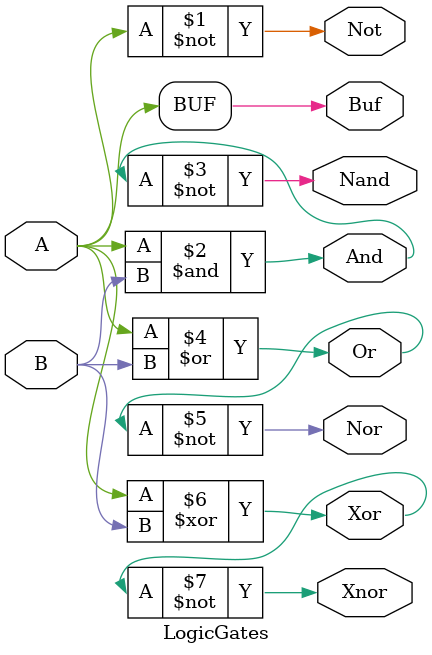
<source format=v>
`timescale 1ns / 1ps


module LogicGates(A, B, Buf, Not, And, Nand, Or, Nor, Xor, Xnor);
input A, B;
output Buf, Not, And, Nand, Or, Nor, Xor, Xnor;

assign Buf = A;
assign Not = ~A;
assign And = A & B;
assign Nand = ~And;
assign Or = A | B;
assign Nor = ~Or;
assign Xor = A ^ B;
assign Xnor = ~Xor;

endmodule

</source>
